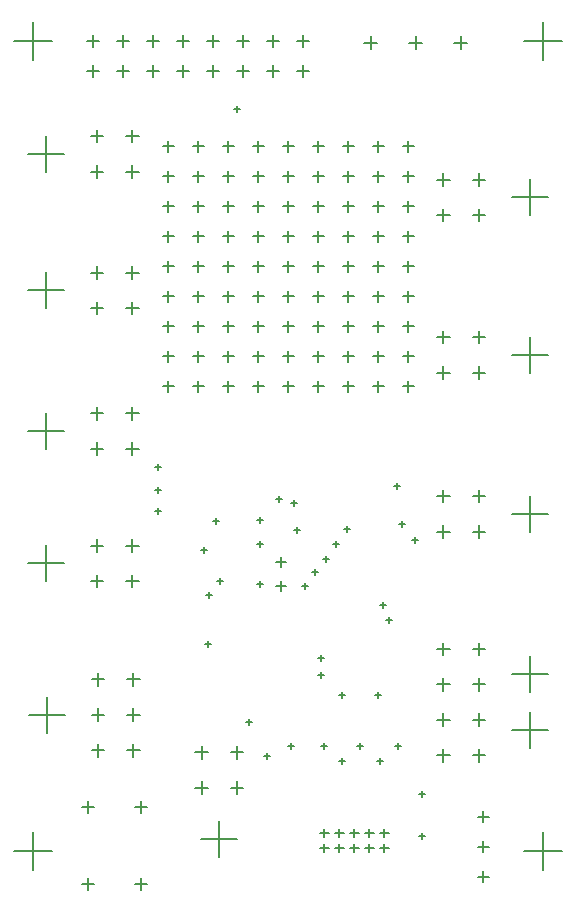
<source format=gbr>
%TF.GenerationSoftware,Altium Limited,Altium Designer,20.1.14 (287)*%
G04 Layer_Color=128*
%FSLAX25Y25*%
%MOIN*%
%TF.SameCoordinates,EAB65FBB-9CC0-4E70-8F82-B449C0BBF2B7*%
%TF.FilePolarity,Positive*%
%TF.FileFunction,Drillmap*%
%TF.Part,Single*%
G01*
G75*
%TA.AperFunction,NonConductor*%
%ADD78C,0.00500*%
D78*
X102992Y285000D02*
X107008D01*
X105000Y282992D02*
Y287008D01*
X92992Y285000D02*
X97008D01*
X95000Y282992D02*
Y287008D01*
X82992Y285000D02*
X87008D01*
X85000Y282992D02*
Y287008D01*
X72992Y285000D02*
X77008D01*
X75000Y282992D02*
Y287008D01*
X62992Y285000D02*
X67008D01*
X65000Y282992D02*
Y287008D01*
X52992Y285000D02*
X57008D01*
X55000Y282992D02*
Y287008D01*
X42992Y285000D02*
X47008D01*
X45000Y282992D02*
Y287008D01*
X32992Y285000D02*
X37008D01*
X35000Y282992D02*
Y287008D01*
X102992Y275000D02*
X107008D01*
X105000Y272992D02*
Y277008D01*
X92992Y275000D02*
X97008D01*
X95000Y272992D02*
Y277008D01*
X82992Y275000D02*
X87008D01*
X85000Y272992D02*
Y277008D01*
X72992Y275000D02*
X77008D01*
X75000Y272992D02*
Y277008D01*
X62992Y275000D02*
X67008D01*
X65000Y272992D02*
Y277008D01*
X52992Y275000D02*
X57008D01*
X55000Y272992D02*
Y277008D01*
X42992Y275000D02*
X47008D01*
X45000Y272992D02*
Y277008D01*
X32992Y275000D02*
X37008D01*
X35000Y272992D02*
Y277008D01*
X128250Y250000D02*
X131750D01*
X130000Y248250D02*
Y251750D01*
X118250Y250000D02*
X121750D01*
X120000Y248250D02*
Y251750D01*
X108250Y250000D02*
X111750D01*
X110000Y248250D02*
Y251750D01*
X58250Y190000D02*
X61750D01*
X60000Y188250D02*
Y191750D01*
X58250Y170000D02*
X61750D01*
X60000Y168250D02*
Y171750D01*
X58250Y180000D02*
X61750D01*
X60000Y178250D02*
Y181750D01*
X13189Y155095D02*
X25197D01*
X19193Y149091D02*
Y161098D01*
X45906Y161000D02*
X50118D01*
X48012Y158894D02*
Y163106D01*
X45906Y149189D02*
X50118D01*
X48012Y147083D02*
Y151295D01*
X34095Y161000D02*
X38307D01*
X36201Y158894D02*
Y163106D01*
X34095Y149189D02*
X38307D01*
X36201Y147083D02*
Y151295D01*
X95750Y103500D02*
X99250D01*
X97500Y101750D02*
Y105250D01*
X174496Y74004D02*
X186504D01*
X180500Y68000D02*
Y80008D01*
X174496Y55500D02*
X186504D01*
X180500Y49496D02*
Y61504D01*
X149575Y47035D02*
X153787D01*
X151681Y44929D02*
Y49142D01*
X149575Y58846D02*
X153787D01*
X151681Y56740D02*
Y60953D01*
X149575Y70657D02*
X153787D01*
X151681Y68551D02*
Y72764D01*
X149575Y82468D02*
X153787D01*
X151681Y80362D02*
Y84575D01*
X161386Y47035D02*
X165598D01*
X163492Y44929D02*
Y49142D01*
X161386Y58846D02*
X165598D01*
X163492Y56740D02*
Y60953D01*
X161386Y70657D02*
X165598D01*
X163492Y68551D02*
Y72764D01*
X161386Y82468D02*
X165598D01*
X163492Y80362D02*
Y84575D01*
X95750Y111500D02*
X99250D01*
X97500Y109750D02*
Y113250D01*
X31193Y4205D02*
X35091D01*
X33142Y2256D02*
Y6154D01*
X31193Y29795D02*
X35091D01*
X33142Y27847D02*
Y31744D01*
X48909Y29795D02*
X52807D01*
X50858Y27847D02*
Y31744D01*
X48909Y4205D02*
X52807D01*
X50858Y2256D02*
Y6154D01*
X174496Y233000D02*
X186504D01*
X180500Y226996D02*
Y239004D01*
X149575Y227095D02*
X153787D01*
X151681Y224988D02*
Y229201D01*
X149575Y238906D02*
X153787D01*
X151681Y236799D02*
Y241012D01*
X161386Y227095D02*
X165598D01*
X163492Y224988D02*
Y229201D01*
X161386Y238906D02*
X165598D01*
X163492Y236799D02*
Y241012D01*
X174496Y180500D02*
X186504D01*
X180500Y174496D02*
Y186504D01*
X149575Y174594D02*
X153787D01*
X151681Y172488D02*
Y176701D01*
X149575Y186406D02*
X153787D01*
X151681Y184299D02*
Y188512D01*
X161386Y174594D02*
X165598D01*
X163492Y172488D02*
Y176701D01*
X161386Y186406D02*
X165598D01*
X163492Y184299D02*
Y188512D01*
X174496Y127500D02*
X186504D01*
X180500Y121496D02*
Y133504D01*
X149575Y121595D02*
X153787D01*
X151681Y119488D02*
Y123701D01*
X149575Y133405D02*
X153787D01*
X151681Y131299D02*
Y135512D01*
X161386Y121595D02*
X165598D01*
X163492Y119488D02*
Y123701D01*
X161386Y133405D02*
X165598D01*
X163492Y131299D02*
Y135512D01*
X13189Y111000D02*
X25197D01*
X19193Y104996D02*
Y117004D01*
X45906Y116905D02*
X50118D01*
X48012Y114799D02*
Y119012D01*
X45906Y105095D02*
X50118D01*
X48012Y102988D02*
Y107201D01*
X34095Y116905D02*
X38307D01*
X36201Y114799D02*
Y119012D01*
X34095Y105095D02*
X38307D01*
X36201Y102988D02*
Y107201D01*
X13189Y202000D02*
X25197D01*
X19193Y195996D02*
Y208004D01*
X45906Y207906D02*
X50118D01*
X48012Y205799D02*
Y210012D01*
X45906Y196095D02*
X50118D01*
X48012Y193988D02*
Y198201D01*
X34095Y207906D02*
X38307D01*
X36201Y205799D02*
Y210012D01*
X34095Y196095D02*
X38307D01*
X36201Y193988D02*
Y198201D01*
X110600Y16000D02*
X113400D01*
X112000Y14600D02*
Y17400D01*
X110600Y21000D02*
X113400D01*
X112000Y19600D02*
Y22400D01*
X115600Y16000D02*
X118400D01*
X117000Y14600D02*
Y17400D01*
X115600Y21000D02*
X118400D01*
X117000Y19600D02*
Y22400D01*
X120600Y16000D02*
X123400D01*
X122000Y14600D02*
Y17400D01*
X120600Y21000D02*
X123400D01*
X122000Y19600D02*
Y22400D01*
X125600Y16000D02*
X128400D01*
X127000Y14600D02*
Y17400D01*
X125600Y21000D02*
X128400D01*
X127000Y19600D02*
Y22400D01*
X130600Y16000D02*
X133400D01*
X132000Y14600D02*
Y17400D01*
X130600Y21000D02*
X133400D01*
X132000Y19600D02*
Y22400D01*
X13189Y247500D02*
X25197D01*
X19193Y241496D02*
Y253504D01*
X45906Y253405D02*
X50118D01*
X48012Y251299D02*
Y255512D01*
X45906Y241595D02*
X50118D01*
X48012Y239488D02*
Y243701D01*
X34095Y253405D02*
X38307D01*
X36201Y251299D02*
Y255512D01*
X34095Y241595D02*
X38307D01*
X36201Y239488D02*
Y243701D01*
X138250Y190000D02*
X141750D01*
X140000Y188250D02*
Y191750D01*
X138250Y180000D02*
X141750D01*
X140000Y178250D02*
Y181750D01*
X138250Y170000D02*
X141750D01*
X140000Y168250D02*
Y171750D01*
X138250Y200000D02*
X141750D01*
X140000Y198250D02*
Y201750D01*
X138250Y230000D02*
X141750D01*
X140000Y228250D02*
Y231750D01*
X118250Y170000D02*
X121750D01*
X120000Y168250D02*
Y171750D01*
X128250Y170000D02*
X131750D01*
X130000Y168250D02*
Y171750D01*
X138250Y210000D02*
X141750D01*
X140000Y208250D02*
Y211750D01*
X138250Y220000D02*
X141750D01*
X140000Y218250D02*
Y221750D01*
X108250Y170000D02*
X111750D01*
X110000Y168250D02*
Y171750D01*
X98250Y170000D02*
X101750D01*
X100000Y168250D02*
Y171750D01*
X88250Y170000D02*
X91750D01*
X90000Y168250D02*
Y171750D01*
X78250Y170000D02*
X81750D01*
X80000Y168250D02*
Y171750D01*
X68250Y170000D02*
X71750D01*
X70000Y168250D02*
Y171750D01*
X70996Y19193D02*
X83004D01*
X77000Y13189D02*
Y25197D01*
X68988Y48012D02*
X73201D01*
X71095Y45906D02*
Y50118D01*
X80799Y48012D02*
X85012D01*
X82906Y45906D02*
Y50118D01*
X68988Y36201D02*
X73201D01*
X71095Y34095D02*
Y38307D01*
X80799Y36201D02*
X85012D01*
X82906Y34095D02*
Y38307D01*
X155335Y284500D02*
X159665D01*
X157500Y282335D02*
Y286665D01*
X140335Y284500D02*
X144665D01*
X142500Y282335D02*
Y286665D01*
X125335Y284500D02*
X129665D01*
X127500Y282335D02*
Y286665D01*
X58250Y210000D02*
X61750D01*
X60000Y208250D02*
Y211750D01*
X98250Y250000D02*
X101750D01*
X100000Y248250D02*
Y251750D01*
X88250Y250000D02*
X91750D01*
X90000Y248250D02*
Y251750D01*
X78250Y250000D02*
X81750D01*
X80000Y248250D02*
Y251750D01*
X34402Y72311D02*
X38614D01*
X36508Y70205D02*
Y74417D01*
X34402Y60500D02*
X38614D01*
X36508Y58394D02*
Y62606D01*
X34402Y48689D02*
X38614D01*
X36508Y46583D02*
Y50795D01*
X46213Y48689D02*
X50425D01*
X48319Y46583D02*
Y50795D01*
X46213Y60500D02*
X50425D01*
X48319Y58394D02*
Y62606D01*
X46213Y72311D02*
X50425D01*
X48319Y70205D02*
Y74417D01*
X13595Y60500D02*
X25405D01*
X19500Y54594D02*
Y66405D01*
X128250Y240000D02*
X131750D01*
X130000Y238250D02*
Y241750D01*
X118250Y240000D02*
X121750D01*
X120000Y238250D02*
Y241750D01*
X108250Y240000D02*
X111750D01*
X110000Y238250D02*
Y241750D01*
X98250Y240000D02*
X101750D01*
X100000Y238250D02*
Y241750D01*
X88250Y240000D02*
X91750D01*
X90000Y238250D02*
Y241750D01*
X78250Y240000D02*
X81750D01*
X80000Y238250D02*
Y241750D01*
X108250Y230000D02*
X111750D01*
X110000Y228250D02*
Y231750D01*
X98250Y230000D02*
X101750D01*
X100000Y228250D02*
Y231750D01*
X88250Y230000D02*
X91750D01*
X90000Y228250D02*
Y231750D01*
X78250Y230000D02*
X81750D01*
X80000Y228250D02*
Y231750D01*
X68250Y230000D02*
X71750D01*
X70000Y228250D02*
Y231750D01*
X58250Y220000D02*
X61750D01*
X60000Y218250D02*
Y221750D01*
X68250Y190000D02*
X71750D01*
X70000Y188250D02*
Y191750D01*
X78250Y220000D02*
X81750D01*
X80000Y218250D02*
Y221750D01*
X68250Y220000D02*
X71750D01*
X70000Y218250D02*
Y221750D01*
X138250Y250000D02*
X141750D01*
X140000Y248250D02*
Y251750D01*
X88250Y190000D02*
X91750D01*
X90000Y188250D02*
Y191750D01*
X78250Y180000D02*
X81750D01*
X80000Y178250D02*
Y181750D01*
X118250Y230000D02*
X121750D01*
X120000Y228250D02*
Y231750D01*
X128250Y230000D02*
X131750D01*
X130000Y228250D02*
Y231750D01*
X138250Y240000D02*
X141750D01*
X140000Y238250D02*
Y241750D01*
X88250Y180000D02*
X91750D01*
X90000Y178250D02*
Y181750D01*
X68250Y210000D02*
X71750D01*
X70000Y208250D02*
Y211750D01*
X128250Y220000D02*
X131750D01*
X130000Y218250D02*
Y221750D01*
X118250Y220000D02*
X121750D01*
X120000Y218250D02*
Y221750D01*
X108250Y220000D02*
X111750D01*
X110000Y218250D02*
Y221750D01*
X98250Y220000D02*
X101750D01*
X100000Y218250D02*
Y221750D01*
X88250Y220000D02*
X91750D01*
X90000Y218250D02*
Y221750D01*
X128250Y210000D02*
X131750D01*
X130000Y208250D02*
Y211750D01*
X118250Y210000D02*
X121750D01*
X120000Y208250D02*
Y211750D01*
X108250Y210000D02*
X111750D01*
X110000Y208250D02*
Y211750D01*
X98250Y210000D02*
X101750D01*
X100000Y208250D02*
Y211750D01*
X88250Y210000D02*
X91750D01*
X90000Y208250D02*
Y211750D01*
X78250Y210000D02*
X81750D01*
X80000Y208250D02*
Y211750D01*
X118250Y200000D02*
X121750D01*
X120000Y198250D02*
Y201750D01*
X108250Y200000D02*
X111750D01*
X110000Y198250D02*
Y201750D01*
X98250Y200000D02*
X101750D01*
X100000Y198250D02*
Y201750D01*
X88250Y200000D02*
X91750D01*
X90000Y198250D02*
Y201750D01*
X78250Y200000D02*
X81750D01*
X80000Y198250D02*
Y201750D01*
X68250Y200000D02*
X71750D01*
X70000Y198250D02*
Y201750D01*
X68250Y250000D02*
X71750D01*
X70000Y248250D02*
Y251750D01*
X98250Y190000D02*
X101750D01*
X100000Y188250D02*
Y191750D01*
X68250Y180000D02*
X71750D01*
X70000Y178250D02*
Y181750D01*
X128250Y180000D02*
X131750D01*
X130000Y178250D02*
Y181750D01*
X118250Y180000D02*
X121750D01*
X120000Y178250D02*
Y181750D01*
X108250Y180000D02*
X111750D01*
X110000Y178250D02*
Y181750D01*
X98250Y180000D02*
X101750D01*
X100000Y178250D02*
Y181750D01*
X68250Y240000D02*
X71750D01*
X70000Y238250D02*
Y241750D01*
X78250Y190000D02*
X81750D01*
X80000Y188250D02*
Y191750D01*
X58250Y200000D02*
X61750D01*
X60000Y198250D02*
Y201750D01*
X128250Y200000D02*
X131750D01*
X130000Y198250D02*
Y201750D01*
X58250Y230000D02*
X61750D01*
X60000Y228250D02*
Y231750D01*
X108250Y190000D02*
X111750D01*
X110000Y188250D02*
Y191750D01*
X128250Y190000D02*
X131750D01*
X130000Y188250D02*
Y191750D01*
X118250Y190000D02*
X121750D01*
X120000Y188250D02*
Y191750D01*
X163228Y26500D02*
X166772D01*
X165000Y24728D02*
Y28272D01*
X163228Y16500D02*
X166772D01*
X165000Y14728D02*
Y18272D01*
X163228Y6500D02*
X166772D01*
X165000Y4728D02*
Y8272D01*
X58250Y240000D02*
X61750D01*
X60000Y238250D02*
Y241750D01*
X58250Y250000D02*
X61750D01*
X60000Y248250D02*
Y251750D01*
X82016Y262500D02*
X83984D01*
X83000Y261516D02*
Y263484D01*
X72280Y84000D02*
X74249D01*
X73265Y83016D02*
Y84984D01*
X102016Y122000D02*
X103984D01*
X103000Y121016D02*
Y122984D01*
X101016Y131000D02*
X102984D01*
X102000Y130016D02*
Y131984D01*
X89516Y117500D02*
X91484D01*
X90500Y116516D02*
Y118484D01*
X141305Y118710D02*
X143274D01*
X142290Y117726D02*
Y119695D01*
X130516Y97000D02*
X132484D01*
X131500Y96016D02*
Y97984D01*
X75016Y125000D02*
X76984D01*
X76000Y124016D02*
Y125984D01*
X118516Y122500D02*
X120484D01*
X119500Y121516D02*
Y123484D01*
X110016Y73768D02*
X111984D01*
X111000Y72783D02*
Y74752D01*
X89516Y125500D02*
X91484D01*
X90500Y124516D02*
Y126484D01*
X89516Y104000D02*
X91484D01*
X90500Y103016D02*
Y104984D01*
X137016Y124000D02*
X138984D01*
X138000Y123016D02*
Y124984D01*
X111516Y112500D02*
X113484D01*
X112500Y111516D02*
Y113484D01*
X108016Y108000D02*
X109984D01*
X109000Y107016D02*
Y108984D01*
X110016Y79500D02*
X111984D01*
X111000Y78516D02*
Y80484D01*
X135112Y136904D02*
X137081D01*
X136097Y135919D02*
Y137888D01*
X104516Y103500D02*
X106484D01*
X105500Y102516D02*
Y104484D01*
X96016Y132500D02*
X97984D01*
X97000Y131516D02*
Y133484D01*
X76138Y105055D02*
X78106D01*
X77122Y104070D02*
Y106039D01*
X132516Y92000D02*
X134484D01*
X133500Y91016D02*
Y92984D01*
X114992Y117500D02*
X116961D01*
X115977Y116516D02*
Y118484D01*
X178700Y285000D02*
X191300D01*
X185000Y278700D02*
Y291300D01*
X8700Y285000D02*
X21300D01*
X15000Y278700D02*
Y291300D01*
X178700Y15000D02*
X191300D01*
X185000Y8700D02*
Y21300D01*
X8700Y15000D02*
X21300D01*
X15000Y8700D02*
Y21300D01*
X72516Y100500D02*
X74484D01*
X73500Y99516D02*
Y101484D01*
X71016Y115516D02*
X72984D01*
X72000Y114532D02*
Y116500D01*
X86016Y58000D02*
X87984D01*
X87000Y57016D02*
Y58984D01*
X100016Y50000D02*
X101984D01*
X101000Y49016D02*
Y50984D01*
X92016Y46821D02*
X93984D01*
X93000Y45837D02*
Y47805D01*
X143516Y34000D02*
X145484D01*
X144500Y33016D02*
Y34984D01*
X143516Y20000D02*
X145484D01*
X144500Y19016D02*
Y20984D01*
X135516Y50000D02*
X137484D01*
X136500Y49016D02*
Y50984D01*
X117016Y67000D02*
X118984D01*
X118000Y66016D02*
Y67984D01*
X129016Y67000D02*
X130984D01*
X130000Y66016D02*
Y67984D01*
X129516Y45000D02*
X131484D01*
X130500Y44016D02*
Y45984D01*
X123016Y50000D02*
X124984D01*
X124000Y49016D02*
Y50984D01*
X111016Y50000D02*
X112984D01*
X112000Y49016D02*
Y50984D01*
X117016Y45000D02*
X118984D01*
X118000Y44016D02*
Y45984D01*
X55516Y143000D02*
X57484D01*
X56500Y142016D02*
Y143984D01*
X55516Y135500D02*
X57484D01*
X56500Y134516D02*
Y136484D01*
X55516Y128500D02*
X57484D01*
X56500Y127516D02*
Y129484D01*
%TF.MD5,49645cbc59e17e8a6f1dfacc9f0e78b1*%
M02*

</source>
